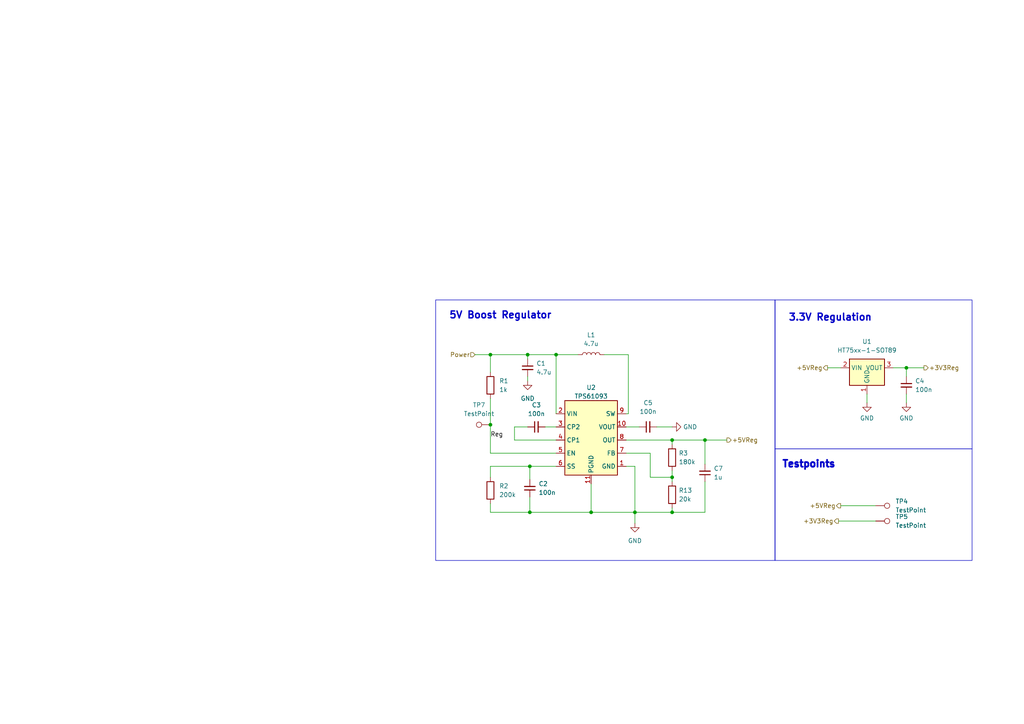
<source format=kicad_sch>
(kicad_sch (version 20230121) (generator eeschema)
  (paper "A4")
  (title_block (title "Voltage Regulation") (date "2023-04-13") (rev "V1") (company "University of Cape Town") (comment 1 "Author: Sarah Tallack"))
  (lib_symbols
    (symbol "Connector:TestPoint" (pin_numbers hide) (pin_names (offset 0.762) hide)
      (property "Reference" "TP" (at 0 6.858 0))
      (property "Value" "TestPoint" (at 0 5.08 0))
      (symbol "TestPoint_0_1"
        (circle (center 0 3.302) (radius 0.762))
      )
      (symbol "TestPoint_1_1"
        (pin passive line (at 0 0 90) (length 2.54) (name "1") (number "1"))
      )
    )
    (symbol "Device:C_Small" (pin_numbers hide) (pin_names (offset 0.254) hide)
      (property "Reference" "C" (at 0.254 1.778 0))
      (property "Value" "C_Small" (at 0.254 -2.032 0))
      (symbol "C_Small_0_1"
        (polyline (pts (xy -1.524 -0.508) (xy 1.524 -0.508)) (stroke (width 0.3302)))
        (polyline (pts (xy -1.524 0.508) (xy 1.524 0.508)) (stroke (width 0.3048)))
      )
      (symbol "C_Small_1_1"
        (pin passive line (at 0 2.54 270) (length 2.032) (name "~") (number "1"))
        (pin passive line (at 0 -2.54 90) (length 2.032) (name "~") (number "2"))
      )
    )
    (symbol "Device:L" (pin_numbers hide) (pin_names (offset 1.016) hide)
      (property "Reference" "L" (at -1.27 0 90))
      (property "Value" "L" (at 1.905 0 90))
      (symbol "L_0_1"
        (arc (start 0 -2.54) (mid 0.6323 -1.905) (end 0 -1.27))
        (arc (start 0 -1.27) (mid 0.6323 -0.635) (end 0 0))
        (arc (start 0 0) (mid 0.6323 0.635) (end 0 1.27))
        (arc (start 0 1.27) (mid 0.6323 1.905) (end 0 2.54))
      )
      (symbol "L_1_1"
        (pin passive line (at 0 3.81 270) (length 1.27) (name "1") (number "1"))
        (pin passive line (at 0 -3.81 90) (length 1.27) (name "2") (number "2"))
      )
    )
    (symbol "Device:R" (pin_numbers hide) (pin_names (offset 0))
      (property "Reference" "R" (at 2.032 0 90))
      (property "Value" "R" (at 0 0 90))
      (symbol "R_0_1"
        (rectangle (start -1.016 -2.54) (end 1.016 2.54) (stroke (width 0.254)))
      )
      (symbol "R_1_1"
        (pin passive line (at 0 3.81 270) (length 1.27) (name "~") (number "1"))
        (pin passive line (at 0 -3.81 90) (length 1.27) (name "~") (number "2"))
      )
    )
    (symbol "Regulator_Linear:HT75xx-1-SOT89"
      (property "Reference" "U" (at -5.08 -3.81 0))
      (property "Value" "HT75xx-1-SOT89" (at 0 6.35 0))
      (symbol "HT75xx-1-SOT89_0_1"
        (rectangle (start -5.08 5.08) (end 5.08 -2.54) (stroke (width 0.254)) (fill (type background)))
      )
      (symbol "HT75xx-1-SOT89_1_1"
        (pin power_in line (at 0 -5.08 90) (length 2.54) (name "GND") (number "1"))
        (pin power_in line (at -7.62 2.54 0) (length 2.54) (name "VIN") (number "2"))
        (pin power_out line (at 7.62 2.54 180) (length 2.54) (name "VOUT") (number "3"))
      )
    )
    (symbol "SarahLib:TPS61093DSKR"
      (property "Reference" "U1" (at 0 20.32 0))
      (property "Value" "TPS63030DSKR" (at 0 17.78 0))
      (symbol "TPS61093DSKR_0_1"
        (rectangle (start -7.62 16.51) (end 7.62 -5.08) (stroke (width 0.254)) (fill (type background)))
      )
      (symbol "TPS61093DSKR_1_1"
        (pin power_in line (at 10.16 -2.54 180) (length 2.54) (name "GND") (number "1"))
        (pin power_out line (at 10.16 8.89 180) (length 2.54) (name "VOUT") (number "10"))
        (pin passive line (at 0 -7.62 90) (length 2.54) (name "PGND") (number "11"))
        (pin power_in line (at -10.16 12.7 0) (length 2.54) (name "VIN") (number "2"))
        (pin input line (at -10.16 8.89 0) (length 2.54) (name "CP2") (number "3"))
        (pin input line (at -10.16 5.08 0) (length 2.54) (name "CP1") (number "4"))
        (pin input line (at -10.16 1.27 0) (length 2.54) (name "EN") (number "5"))
        (pin passive line (at -10.16 -2.54 0) (length 2.54) (name "SS") (number "6"))
        (pin input line (at 10.16 1.27 180) (length 2.54) (name "FB") (number "7"))
        (pin output line (at 10.16 5.08 180) (length 2.54) (name "OUT") (number "8"))
        (pin power_in line (at 10.16 12.7 180) (length 2.54) (name "SW") (number "9"))
      )
    )
    (symbol "power:GND" (power) (pin_names (offset 0))
      (property "Value" "GND" (at 0 -3.81 0))
      (symbol "GND_0_1"
        (polyline (pts (xy 0 0) (xy 0 -1.27) (xy 1.27 -1.27) (xy 0 -2.54) (xy -1.27 -1.27) (xy 0 -1.27)))
      )
      (symbol "GND_1_1"
        (pin power_in line (at 0 0 270) (length 0) hide (name "GND") (number "1"))
      )
    )
  )
  (junction (at 194.945 138.43))
  (junction (at 153.67 148.59))
  (junction (at 161.29 102.87))
  (junction (at 153.67 135.255))
  (junction (at 262.89 106.68))
  (junction (at 142.24 102.87))
  (junction (at 153.035 102.87))
  (junction (at 171.45 148.59))
  (junction (at 194.945 127.635))
  (junction (at 184.15 148.59))
  (junction (at 142.24 123.19))
  (junction (at 204.47 127.635))
  (junction (at 194.945 148.59))
  (wire (pts (xy 194.945 147.32) (xy 194.945 148.59)))
  (wire (pts (xy 161.29 102.87) (xy 167.64 102.87)))
  (wire (pts (xy 181.61 127.635) (xy 194.945 127.635)))
  (wire (pts (xy 194.945 136.525) (xy 194.945 138.43)))
  (wire (pts (xy 204.47 127.635) (xy 210.82 127.635)))
  (wire (pts (xy 142.24 131.445) (xy 161.29 131.445)))
  (wire (pts (xy 194.945 123.825) (xy 190.5 123.825)))
  (wire (pts (xy 142.24 123.19) (xy 142.24 131.445)))
  (wire (pts (xy 175.26 102.87) (xy 182.245 102.87)))
  (wire (pts (xy 262.89 106.68) (xy 267.97 106.68)))
  (wire (pts (xy 182.245 120.015) (xy 181.61 120.015)))
  (wire (pts (xy 161.29 127.635) (xy 149.225 127.635)))
  (wire (pts (xy 240.03 106.68) (xy 243.84 106.68)))
  (wire (pts (xy 142.24 115.57) (xy 142.24 123.19)))
  (wire (pts (xy 171.45 148.59) (xy 184.15 148.59)))
  (wire (pts (xy 182.245 102.87) (xy 182.245 120.015)))
  (wire (pts (xy 171.45 140.335) (xy 171.45 148.59)))
  (wire (pts (xy 142.24 148.59) (xy 153.67 148.59)))
  (wire (pts (xy 184.15 135.255) (xy 184.15 148.59)))
  (wire (pts (xy 158.115 123.825) (xy 161.29 123.825)))
  (wire (pts (xy 161.29 135.255) (xy 153.67 135.255)))
  (wire (pts (xy 181.61 123.825) (xy 185.42 123.825)))
  (wire (pts (xy 153.67 148.59) (xy 153.67 144.145)))
  (wire (pts (xy 262.89 109.22) (xy 262.89 106.68)))
  (wire (pts (xy 142.24 102.87) (xy 153.035 102.87)))
  (wire (pts (xy 142.24 135.255) (xy 153.67 135.255)))
  (wire (pts (xy 204.47 127.635) (xy 204.47 134.62)))
  (wire (pts (xy 184.15 148.59) (xy 184.15 151.765)))
  (wire (pts (xy 181.61 135.255) (xy 184.15 135.255)))
  (wire (pts (xy 262.89 116.84) (xy 262.89 114.3)))
  (wire (pts (xy 142.24 102.87) (xy 142.24 107.95)))
  (wire (pts (xy 153.035 110.49) (xy 153.035 109.22)))
  (wire (pts (xy 243.205 151.13) (xy 254 151.13)))
  (wire (pts (xy 188.595 138.43) (xy 188.595 131.445)))
  (wire (pts (xy 204.47 139.7) (xy 204.47 148.59)))
  (wire (pts (xy 142.24 146.05) (xy 142.24 148.59)))
  (wire (pts (xy 243.84 146.685) (xy 254 146.685)))
  (wire (pts (xy 153.67 135.255) (xy 153.67 139.065)))
  (wire (pts (xy 149.225 127.635) (xy 149.225 123.825)))
  (wire (pts (xy 194.945 127.635) (xy 204.47 127.635)))
  (wire (pts (xy 153.67 148.59) (xy 171.45 148.59)))
  (wire (pts (xy 194.945 138.43) (xy 194.945 139.7)))
  (wire (pts (xy 142.24 138.43) (xy 142.24 135.255)))
  (wire (pts (xy 194.945 127.635) (xy 194.945 128.905)))
  (wire (pts (xy 161.29 102.87) (xy 153.035 102.87)))
  (wire (pts (xy 149.225 123.825) (xy 153.035 123.825)))
  (wire (pts (xy 161.29 120.015) (xy 161.29 102.87)))
  (wire (pts (xy 137.795 102.87) (xy 142.24 102.87)))
  (wire (pts (xy 251.46 114.3) (xy 251.46 116.84)))
  (wire (pts (xy 188.595 131.445) (xy 181.61 131.445)))
  (wire (pts (xy 153.035 102.87) (xy 153.035 104.14)))
  (wire (pts (xy 194.945 148.59) (xy 184.15 148.59)))
  (wire (pts (xy 188.595 138.43) (xy 194.945 138.43)))
  (wire (pts (xy 259.08 106.68) (xy 262.89 106.68)))
  (wire (pts (xy 204.47 148.59) (xy 194.945 148.59)))
  (rectangle (start 126.365 86.995) (end 224.79 162.56))
  (rectangle (start 224.79 130.175) (end 281.94 162.56))
  (rectangle (start 224.79 86.995) (end 281.94 130.175))
  (text "5V Boost Regulator\n" (at 130.175 92.71 0) (effects (font (size 2 2) (thickness 0.4) bold) (justify left bottom)))
  (text "Testpoints\n" (at 226.695 135.89 0) (effects (font (size 2 2) (thickness 0.6) bold) (justify left bottom)))
  (text "3.3V Regulation " (at 228.6 93.345 0) (effects (font (size 2 2) (thickness 0.4) bold) (justify left bottom)))
  (label "Reg" (at 142.24 127 0))
  (hierarchical_label "+3V3Reg" (shape output) (at 243.205 151.13 180))
  (hierarchical_label "+5VReg" (shape output) (at 243.84 146.685 180))
  (hierarchical_label "+5VReg" (shape output) (at 240.03 106.68 180))
  (hierarchical_label "Power" (shape input) (at 137.795 102.87 180))
  (hierarchical_label "+3V3Reg" (shape output) (at 267.97 106.68 0))
  (hierarchical_label "+5VReg" (shape output) (at 210.82 127.635 0))
  (symbol (lib_id "power:GND") (at 194.945 123.825 90) (unit 1)
    (property "Reference" "#PWR08" (effects hide))
    (property "Value" "GND" (at 198.12 123.8249 90) (effects (justify right)))
  )
  (symbol (lib_id "Device:R") (at 194.945 143.51 0) (unit 1)
    (property "Reference" "R13" (at 196.85 142.2399 0) (effects (justify left)))
    (property "Value" "20k" (at 196.85 144.7799 0) (effects (justify left)))
    (property "Footprint" "Resistor_SMD:R_0603_1608Metric" (effects hide))
    (property "Extended" "0" (effects hide))
    (property "LCSC" "C4184" (effects hide))
    (property "Price" "0.01" (effects hide))
    (property "Populate" "Yes" (effects hide))
  )
  (symbol (lib_id "Device:C_Small") (at 155.575 123.825 90) (unit 1)
    (property "Reference" "C3" (at 155.5813 117.475 90))
    (property "Value" "100n" (at 155.5813 120.015 90))
    (property "Footprint" "Capacitor_SMD:C_0603_1608Metric" (effects hide))
    (property "Datasheet" "https://datasheet.lcsc.com/lcsc/1809301912_YAGEO-CC0603KRX7R9BB104_C14663.pdf" (effects hide))
    (property "Price" "0.0020" (effects hide))
    (property "LCSC" "C49678" (effects hide))
    (property "Extended" "0" (effects hide))
    (property "Populate" "Yes" (effects hide))
  )
  (symbol (lib_id "Device:L") (at 171.45 102.87 90) (unit 1)
    (property "Reference" "L1" (at 171.45 97.155 90))
    (property "Value" "4.7u" (at 171.45 99.695 90))
    (property "Footprint" "SarahFootprints:IND-SMD_L4.0-W4.0" (effects hide))
    (property "Datasheet" "https://datasheet.lcsc.com/lcsc/1810061032_Sunltech-Tech-SLW4012S4R7NST_C206275.pdf" (effects hide))
    (property "Extended" "1" (effects hide))
    (property "LCSC" "C206275" (effects hide))
    (property "Price" "0.0167 " (effects hide))
    (property "Populate" "Yes" (effects hide))
  )
  (symbol (lib_id "Device:C_Small") (at 262.89 111.76 0) (unit 1)
    (property "Reference" "C4" (at 265.43 110.4962 0) (effects (justify left)))
    (property "Value" "100n" (at 265.43 113.0362 0) (effects (justify left)))
    (property "Footprint" "Capacitor_SMD:C_0603_1608Metric" (effects hide))
    (property "Datasheet" "https://datasheet.lcsc.com/lcsc/1809301912_YAGEO-CC0603KRX7R9BB104_C14663.pdf" (effects hide))
    (property "Price" "0.0020" (effects hide))
    (property "LCSC" "C49678" (effects hide))
    (property "Extended" "0" (effects hide))
    (property "Populate" "Yes" (effects hide))
  )
  (symbol (lib_id "Device:R") (at 194.945 132.715 0) (unit 1)
    (property "Reference" "R3" (at 196.85 131.4449 0) (effects (justify left)))
    (property "Value" "180k" (at 196.85 133.9849 0) (effects (justify left)))
    (property "Footprint" "Resistor_SMD:R_0603_1608Metric" (effects hide))
    (property "Extended" "0" (effects hide))
    (property "LCSC" "C22827" (effects hide))
    (property "Price" "0.01" (effects hide))
    (property "Populate" "Yes" (effects hide))
  )
  (symbol (lib_id "Device:C_Small") (at 204.47 137.16 180) (unit 1)
    (property "Reference" "C7" (at 207.01 135.8835 0) (effects (justify right)))
    (property "Value" "1u" (at 207.01 138.4235 0) (effects (justify right)))
    (property "Footprint" "Capacitor_SMD:C_0805_2012Metric" (effects hide))
    (property "Datasheet" "https://datasheet.lcsc.com/lcsc/1810191216_Samsung-Electro-Mechanics-CL21B105KBFNNNE_C28323.pdf" (effects hide))
    (property "Price" "0.0092 " (effects hide))
    (property "LCSC" "C28323" (effects hide))
    (property "Extended" "0" (effects hide))
    (property "Populate" "Yes" (effects hide))
  )
  (symbol (lib_id "Connector:TestPoint") (at 254 146.685 270) (unit 1)
    (property "Reference" "TP4" (at 259.715 145.4149 90) (effects (justify left)))
    (property "Value" "TestPoint" (at 259.715 147.9549 90) (effects (justify left)))
    (property "Footprint" "TestPoint:TestPoint_Pad_D2.0mm" (effects hide))
  )
  (symbol (lib_id "SarahLib:TPS61093DSKR") (at 171.45 132.715 0) (unit 1)
    (property "Reference" "U2" (at 171.45 112.395 0))
    (property "Value" "TPS61093" (at 171.45 114.935 0))
    (property "Footprint" "Package_SON:WSON-10-1EP_2.5x2.5mm_P0.5mm_EP1.2x2mm" (effects hide))
    (property "Datasheet" "https://datasheet.lcsc.com/lcsc/1806081810_Texas-Instruments-TPS61093DSKR_C60707.pdf" (effects hide))
    (property "Extended" "1" (effects hide))
    (property "LCSC" "C60707" (effects hide))
    (property "Populate" "Yes" (effects hide))
    (property "Price" "5.57" (effects hide))
  )
  (symbol (lib_id "Connector:TestPoint") (at 254 151.13 270) (unit 1)
    (property "Reference" "TP5" (at 259.715 149.8599 90) (effects (justify left)))
    (property "Value" "TestPoint" (at 259.715 152.3999 90) (effects (justify left)))
    (property "Footprint" "TestPoint:TestPoint_Pad_D2.0mm" (effects hide))
  )
  (symbol (lib_id "Device:C_Small") (at 187.96 123.825 90) (unit 1)
    (property "Reference" "C5" (at 187.9663 116.84 90))
    (property "Value" "100n" (at 187.9663 119.38 90))
    (property "Footprint" "Capacitor_SMD:C_0603_1608Metric" (effects hide))
    (property "Datasheet" "https://datasheet.lcsc.com/lcsc/1809301912_YAGEO-CC0603KRX7R9BB104_C14663.pdf" (effects hide))
    (property "Price" "0.0020" (effects hide))
    (property "LCSC" "C49678" (effects hide))
    (property "Extended" "0" (effects hide))
    (property "Populate" "Yes" (effects hide))
  )
  (symbol (lib_id "power:GND") (at 251.46 116.84 0) (unit 1)
    (property "Reference" "#PWR03" (effects hide))
    (property "Value" "GND" (at 251.46 121.285 0))
  )
  (symbol (lib_id "Device:R") (at 142.24 111.76 180) (unit 1)
    (property "Reference" "R1" (at 144.78 110.4899 0) (effects (justify right)))
    (property "Value" "1k" (at 144.78 113.0299 0) (effects (justify right)))
    (property "Footprint" "Resistor_SMD:R_0603_1608Metric" (effects hide))
    (property "LCSC" "C21190" (effects hide))
    (property "Extended" "0" (effects hide))
    (property "Populate" "Yes" (effects hide))
  )
  (symbol (lib_id "Device:C_Small") (at 153.035 106.68 0) (unit 1)
    (property "Reference" "C1" (at 155.575 105.4162 0) (effects (justify left)))
    (property "Value" "4.7u" (at 155.575 107.9562 0) (effects (justify left)))
    (property "Footprint" "Capacitor_SMD:C_0805_2012Metric" (effects hide))
    (property "Price" "0.01" (effects hide))
    (property "Extended" "0" (effects hide))
    (property "LCSC" "C1779" (effects hide))
    (property "Populate" "Yes" (effects hide))
  )
  (symbol (lib_id "Regulator_Linear:HT75xx-1-SOT89") (at 251.46 109.22 0) (unit 1)
    (property "Reference" "U1" (at 251.46 99.06 0))
    (property "Value" "HT75xx-1-SOT89" (at 251.46 101.6 0))
    (property "Footprint" "Package_TO_SOT_SMD:SOT-89-3" (effects hide))
    (property "Datasheet" "https://datasheet.lcsc.com/lcsc/1811062113_Holtek-Semicon-HT7533-1_C14289.pdf" (effects hide))
    (property "Extended" "0" (effects hide))
    (property "LCSC" "C14289" (effects hide))
    (property "Populate" "Yes" (effects hide))
  )
  (symbol (lib_id "Device:C_Small") (at 153.67 141.605 180) (unit 1)
    (property "Reference" "C2" (at 156.21 140.3285 0) (effects (justify right)))
    (property "Value" "100n" (at 156.21 142.8685 0) (effects (justify right)))
    (property "Footprint" "Capacitor_SMD:C_0603_1608Metric" (effects hide))
    (property "Datasheet" "https://datasheet.lcsc.com/lcsc/1809301912_YAGEO-CC0603KRX7R9BB104_C14663.pdf" (effects hide))
    (property "Price" "0.0020" (effects hide))
    (property "LCSC" "C49678" (effects hide))
    (property "Extended" "0" (effects hide))
    (property "Populate" "Yes" (effects hide))
  )
  (symbol (lib_id "Connector:TestPoint") (at 142.24 123.19 90) (unit 1)
    (property "Reference" "TP7" (at 138.938 117.475 90))
    (property "Value" "TestPoint" (at 138.938 120.015 90))
    (property "Footprint" "TestPoint:TestPoint_Pad_D2.0mm" (effects hide))
  )
  (symbol (lib_id "power:GND") (at 153.035 110.49 0) (unit 1)
    (property "Reference" "#PWR02" (effects hide))
    (property "Value" "GND" (at 153.035 115.57 0))
  )
  (symbol (lib_id "power:GND") (at 184.15 151.765 0) (unit 1)
    (property "Reference" "#PWR06" (effects hide))
    (property "Value" "GND" (at 184.15 156.845 0))
  )
  (symbol (lib_id "Device:R") (at 142.24 142.24 0) (unit 1)
    (property "Reference" "R2" (at 144.78 140.9699 0) (effects (justify left)))
    (property "Value" "200k" (at 144.78 143.5099 0) (effects (justify left)))
    (property "Footprint" "Resistor_SMD:R_0805_2012Metric" (effects hide))
    (property "Datasheet" "https://datasheet.lcsc.com/lcsc/2206010200_UNI-ROYAL-Uniroyal-Elec-0805W8F2003T5E_C17539.pdf" (effects hide))
    (property "Price" "0.0016" (effects hide))
    (property "Extended" "0" (effects hide))
    (property "LCSC" "C17539" (effects hide))
    (property "Populate" "Yes" (effects hide))
  )
  (symbol (lib_id "power:GND") (at 262.89 116.84 0) (unit 1)
    (property "Reference" "#PWR04" (effects hide))
    (property "Value" "GND" (at 262.89 121.285 0))
  )
)
</source>
